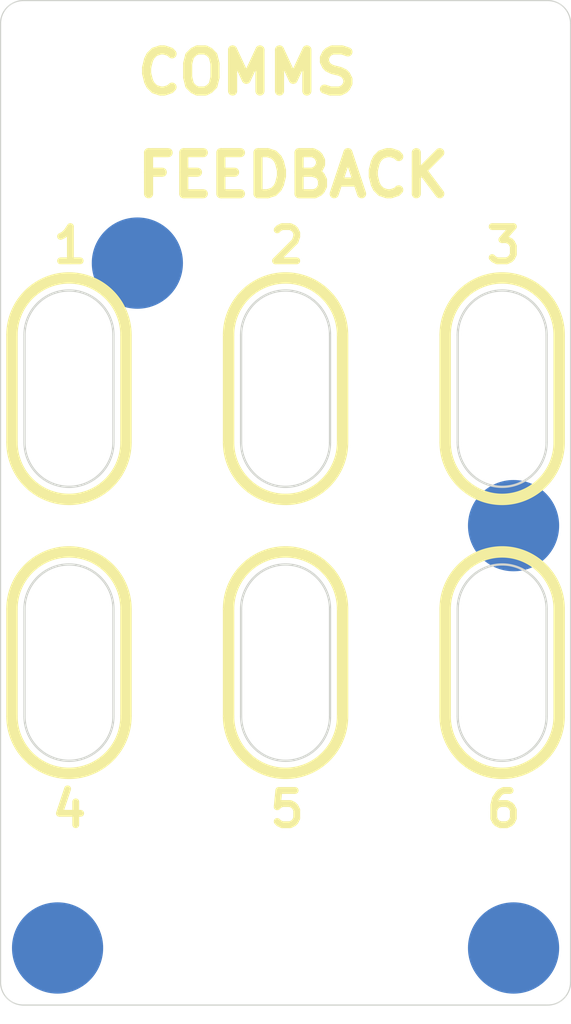
<source format=kicad_pcb>
(kicad_pcb (version 20240108) (generator "pcbnew") (generator_version "8.0")
  (layers (0 "F.Cu" signal) (31 "B.Cu" signal) (34 "B.Paste" user) (35 "F.Paste" user) (36 "B.SilkS" user "B.Silkscreen") (37 "F.SilkS" user "F.Silkscreen") (38 "B.Mask" user) (39 "F.Mask" user) (44 "Edge.Cuts" user))
  (net 0 "")
  (footprint "KiPLM_Footprints:BTNK03" (layer "F.Cu") (at 103 117)
    (property "Reference" "M1" (hide yes))
    (property "Value" "Dark gray" (hide yes))
    (fp_line (start -2.5 2.35) (end -2.5 -2.35) (stroke (width 0.5)) (layer "F.SilkS"))
    (fp_line (start 2.5 2.35) (end 2.5 -2.35) (stroke (width 0.5)) (layer "F.SilkS"))
    (fp_arc (start -2.5 -2.35) (mid 0 -4.85) (end 2.5 -2.35) (stroke (width 0.5)) (layer "F.SilkS"))
    (fp_arc (start 2.5 2.35) (mid 0 4.85) (end -2.5 2.35) (stroke (width 0.5)) (layer "F.SilkS"))
    (fp_line (start -1.95 2.35) (end -1.95 -2.35) (stroke (width 0.1)) (layer "Edge.Cuts"))
    (fp_line (start 1.95 2.35) (end 1.95 -2.35) (stroke (width 0.1)) (layer "Edge.Cuts"))
    (fp_arc (start -1.95 -2.35) (mid 0 -4.3) (end 1.95 -2.35) (stroke (width 0.1)) (layer "Edge.Cuts"))
    (fp_arc (start 1.95 2.35) (mid 0 4.3) (end -1.95 2.35) (stroke (width 0.1)) (layer "Edge.Cuts"))
  )
  (footprint "KiPLM_Footprints:BTNK03" (layer "F.Cu") (at 112.5 129)
    (property "Reference" "M5" (hide yes))
    (property "Value" "Dark gray" (hide yes))
    (fp_line (start -2.5 2.35) (end -2.5 -2.35) (stroke (width 0.5)) (layer "F.SilkS"))
    (fp_line (start 2.5 2.35) (end 2.5 -2.35) (stroke (width 0.5)) (layer "F.SilkS"))
    (fp_arc (start -2.5 -2.35) (mid 0 -4.85) (end 2.5 -2.35) (stroke (width 0.5)) (layer "F.SilkS"))
    (fp_arc (start 2.5 2.35) (mid 0 4.85) (end -2.5 2.35) (stroke (width 0.5)) (layer "F.SilkS"))
    (fp_line (start -1.95 2.35) (end -1.95 -2.35) (stroke (width 0.1)) (layer "Edge.Cuts"))
    (fp_line (start 1.95 2.35) (end 1.95 -2.35) (stroke (width 0.1)) (layer "Edge.Cuts"))
    (fp_arc (start -1.95 -2.35) (mid 0 -4.3) (end 1.95 -2.35) (stroke (width 0.1)) (layer "Edge.Cuts"))
    (fp_arc (start 1.95 2.35) (mid 0 4.3) (end -1.95 2.35) (stroke (width 0.1)) (layer "Edge.Cuts"))
  )
  (footprint "KiPLM_Footprints:BTNK03" (layer "F.Cu") (at 103 129)
    (property "Reference" "M4" (hide yes))
    (property "Value" "Dark gray" (hide yes))
    (fp_line (start -2.5 2.35) (end -2.5 -2.35) (stroke (width 0.5)) (layer "F.SilkS"))
    (fp_line (start 2.5 2.35) (end 2.5 -2.35) (stroke (width 0.5)) (layer "F.SilkS"))
    (fp_arc (start -2.5 -2.35) (mid 0 -4.85) (end 2.5 -2.35) (stroke (width 0.5)) (layer "F.SilkS"))
    (fp_arc (start 2.5 2.35) (mid 0 4.85) (end -2.5 2.35) (stroke (width 0.5)) (layer "F.SilkS"))
    (fp_line (start -1.95 2.35) (end -1.95 -2.35) (stroke (width 0.1)) (layer "Edge.Cuts"))
    (fp_line (start 1.95 2.35) (end 1.95 -2.35) (stroke (width 0.1)) (layer "Edge.Cuts"))
    (fp_arc (start -1.95 -2.35) (mid 0 -4.3) (end 1.95 -2.35) (stroke (width 0.1)) (layer "Edge.Cuts"))
    (fp_arc (start 1.95 2.35) (mid 0 4.3) (end -1.95 2.35) (stroke (width 0.1)) (layer "Edge.Cuts"))
  )
  (footprint "KiPLM_Footprints:BTNK03" (layer "F.Cu") (at 122 129)
    (property "Reference" "M6" (hide yes))
    (property "Value" "Dark gray" (hide yes))
    (fp_line (start -2.5 2.35) (end -2.5 -2.35) (stroke (width 0.5)) (layer "F.SilkS"))
    (fp_line (start 2.5 2.35) (end 2.5 -2.35) (stroke (width 0.5)) (layer "F.SilkS"))
    (fp_arc (start -2.5 -2.35) (mid 0 -4.85) (end 2.5 -2.35) (stroke (width 0.5)) (layer "F.SilkS"))
    (fp_arc (start 2.5 2.35) (mid 0 4.85) (end -2.5 2.35) (stroke (width 0.5)) (layer "F.SilkS"))
    (fp_line (start -1.95 2.35) (end -1.95 -2.35) (stroke (width 0.1)) (layer "Edge.Cuts"))
    (fp_line (start 1.95 2.35) (end 1.95 -2.35) (stroke (width 0.1)) (layer "Edge.Cuts"))
    (fp_arc (start -1.95 -2.35) (mid 0 -4.3) (end 1.95 -2.35) (stroke (width 0.1)) (layer "Edge.Cuts"))
    (fp_arc (start 1.95 2.35) (mid 0 4.3) (end -1.95 2.35) (stroke (width 0.1)) (layer "Edge.Cuts"))
  )
  (footprint "KiPLM_Footprints:BTNK03" (layer "F.Cu") (at 122 117)
    (property "Reference" "M3" (hide yes))
    (property "Value" "Dark gray" (hide yes))
    (fp_line (start -2.5 2.35) (end -2.5 -2.35) (stroke (width 0.5)) (layer "F.SilkS"))
    (fp_line (start 2.5 2.35) (end 2.5 -2.35) (stroke (width 0.5)) (layer "F.SilkS"))
    (fp_arc (start -2.5 -2.35) (mid 0 -4.85) (end 2.5 -2.35) (stroke (width 0.5)) (layer "F.SilkS"))
    (fp_arc (start 2.5 2.35) (mid 0 4.85) (end -2.5 2.35) (stroke (width 0.5)) (layer "F.SilkS"))
    (fp_line (start -1.95 2.35) (end -1.95 -2.35) (stroke (width 0.1)) (layer "Edge.Cuts"))
    (fp_line (start 1.95 2.35) (end 1.95 -2.35) (stroke (width 0.1)) (layer "Edge.Cuts"))
    (fp_arc (start -1.95 -2.35) (mid 0 -4.3) (end 1.95 -2.35) (stroke (width 0.1)) (layer "Edge.Cuts"))
    (fp_arc (start 1.95 2.35) (mid 0 4.3) (end -1.95 2.35) (stroke (width 0.1)) (layer "Edge.Cuts"))
  )
  (footprint "KiPLM_Footprints:515-130X-XXXXF" (layer "F.Cu") (at 103 107.5)
    (property "Reference" "LP2" (hide yes))
    (property "Value" "~" (hide yes))
    (pad "" np_thru_hole circle (at 0 0) (size 2.92 2.92) (drill 2.92) (layers "F&B.Cu" "*.Mask"))
  )
  (footprint "KiPLM_Footprints:BTNK03" (layer "F.Cu") (at 112.5 117)
    (property "Reference" "M2" (hide yes))
    (property "Value" "Dark gray" (hide yes))
    (fp_line (start -2.5 2.35) (end -2.5 -2.35) (stroke (width 0.5)) (layer "F.SilkS"))
    (fp_line (start 2.5 2.35) (end 2.5 -2.35) (stroke (width 0.5)) (layer "F.SilkS"))
    (fp_arc (start -2.5 -2.35) (mid 0 -4.85) (end 2.5 -2.35) (stroke (width 0.5)) (layer "F.SilkS"))
    (fp_arc (start 2.5 2.35) (mid 0 4.85) (end -2.5 2.35) (stroke (width 0.5)) (layer "F.SilkS"))
    (fp_line (start -1.95 2.35) (end -1.95 -2.35) (stroke (width 0.1)) (layer "Edge.Cuts"))
    (fp_line (start 1.95 2.35) (end 1.95 -2.35) (stroke (width 0.1)) (layer "Edge.Cuts"))
    (fp_arc (start -1.95 -2.35) (mid 0 -4.3) (end 1.95 -2.35) (stroke (width 0.1)) (layer "Edge.Cuts"))
    (fp_arc (start 1.95 2.35) (mid 0 4.3) (end -1.95 2.35) (stroke (width 0.1)) (layer "Edge.Cuts"))
  )
  (footprint "KiPLM_Footprints:515-130X-XXXXF" (layer "F.Cu") (at 103 103)
    (property "Reference" "LP1" (hide yes))
    (property "Value" "~" (hide yes))
    (pad "" np_thru_hole circle (at 0 0) (size 2.92 2.92) (drill 2.92) (layers "F&B.Cu" "*.Mask"))
  )
  (footprint "KiPLM_Footprints:Threaded_Insert_M2_3.0mm_SMT" (layer "B.Cu") (at 106 111.5 180)
    (property "Reference" "M7" (hide yes))
    (property "Value" "~" (hide yes))
    (pad "1" smd circle (at 0 0 180) (size 4 4) (layers "B.Cu" "B.Paste" "B.Mask"))
  )
  (footprint "KiPLM_Footprints:Threaded_Insert_M2_3.0mm_SMT" (layer "B.Cu") (at 122.5 141.5 180)
    (property "Reference" "M10" (hide yes))
    (property "Value" "~" (hide yes))
    (pad "1" smd circle (at 0 0 180) (size 4 4) (layers "B.Cu" "B.Paste" "B.Mask"))
  )
  (footprint "KiPLM_Footprints:Threaded_Insert_M2_3.0mm_SMT" (layer "B.Cu") (at 102.5 141.5 180)
    (property "Reference" "M9" (hide yes))
    (property "Value" "~" (hide yes))
    (pad "1" smd circle (at 0 0 180) (size 4 4) (layers "B.Cu" "B.Paste" "B.Mask"))
  )
  (footprint "KiPLM_Footprints:Threaded_Insert_M2_3.0mm_SMT" (layer "B.Cu") (at 122.5 123 180)
    (property "Reference" "M8" (hide yes))
    (property "Value" "~" (hide yes))
    (pad "1" smd circle (at 0 0 180) (size 4 4) (layers "B.Cu" "B.Paste" "B.Mask"))
  )
  (gr_arc (start 101 144) (mid 100.292893 143.707107) (end 100 143) (stroke (width 0.05)) (layer "Edge.Cuts"))
  (gr_arc (start 100 101) (mid 100.292893 100.292893) (end 101 100) (stroke (width 0.05)) (layer "Edge.Cuts"))
  (gr_line (start 124 144) (end 101 144) (stroke (width 0.05)) (layer "Edge.Cuts"))
  (gr_line (start 125 101) (end 125 143) (stroke (width 0.05)) (layer "Edge.Cuts"))
  (gr_line (start 100 143) (end 100 101) (stroke (width 0.05)) (layer "Edge.Cuts"))
  (gr_line (start 101 100) (end 124 100) (stroke (width 0.05)) (layer "Edge.Cuts"))
  (gr_arc (start 124 100) (mid 124.707107 100.292893) (end 125 101) (stroke (width 0.05)) (layer "Edge.Cuts"))
  (gr_arc (start 125 143) (mid 124.707107 143.707107) (end 124 144) (stroke (width 0.05)) (layer "Edge.Cuts"))
  (gr_text "FEEDBACK" (at 105.8 108.7035 0) (layer "F.SilkS") (effects (font (size 1.8 1.8) (thickness 0.4) (bold yes)) (justify left bottom)))
  (gr_text "2" (at 111.65 111.6 0) (layer "F.SilkS") (effects (font (size 1.5 1.5) (thickness 0.3) (bold yes)) (justify left bottom)))
  (gr_text "5" (at 111.65 136.3 0) (layer "F.SilkS") (effects (font (size 1.5 1.5) (thickness 0.3) (bold yes)) (justify left bottom)))
  (gr_text "6" (at 121.15 136.3 0) (layer "F.SilkS") (effects (font (size 1.5 1.5) (thickness 0.3) (bold yes)) (justify left bottom)))
  (gr_text "COMMS" (at 105.8 104.2035 0) (layer "F.SilkS") (effects (font (size 1.8 1.8) (thickness 0.4) (bold yes)) (justify left bottom)))
  (gr_text "3" (at 121.15 111.6 0) (layer "F.SilkS") (effects (font (size 1.5 1.5) (thickness 0.3) (bold yes)) (justify left bottom)))
  (gr_text "1" (at 102.15 111.6 0) (layer "F.SilkS") (effects (font (size 1.5 1.5) (thickness 0.3) (bold yes)) (justify left bottom)))
  (gr_text "4" (at 102.1 136.3 0) (layer "F.SilkS") (effects (font (size 1.5 1.5) (thickness 0.3) (bold yes)) (justify left bottom)))
)
</source>
